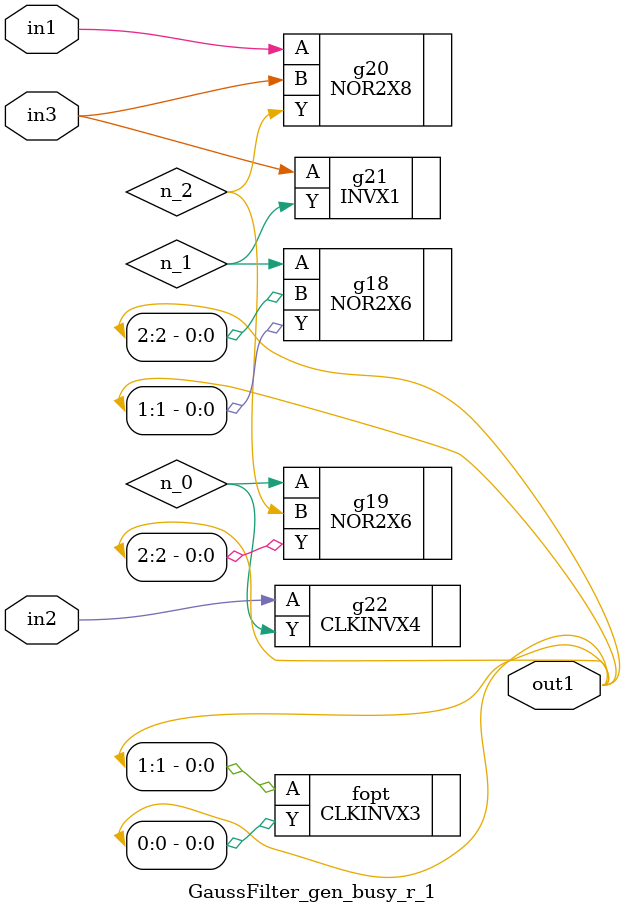
<source format=v>
`timescale 1ps / 1ps


module GaussFilter_gen_busy_r_1(in1, in2, in3, out1);
  input in1, in2, in3;
  output [2:0] out1;
  wire in1, in2, in3;
  wire [2:0] out1;
  wire n_0, n_1, n_2;
  NOR2X6 g18(.A (n_1), .B (out1[2]), .Y (out1[1]));
  NOR2X6 g19(.A (n_0), .B (n_2), .Y (out1[2]));
  NOR2X8 g20(.A (in1), .B (in3), .Y (n_2));
  INVX1 g21(.A (in3), .Y (n_1));
  CLKINVX4 g22(.A (in2), .Y (n_0));
  CLKINVX3 fopt(.A (out1[1]), .Y (out1[0]));
endmodule



</source>
